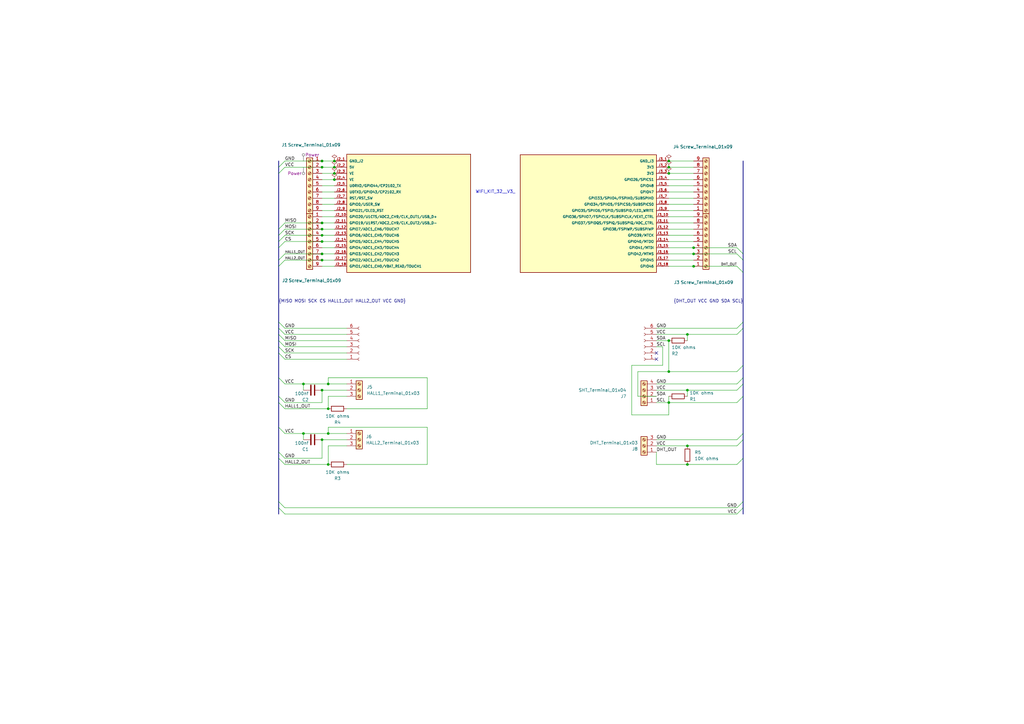
<source format=kicad_sch>
(kicad_sch (version 20250114) (generator "eeschema") (generator_version "9.0")
  (paper "A3")
  (title_block (title "Estacao de Controle de Irrigacao") (date "2025-09-13") (rev "REV 1") (company "Autor: UAI.py") (comment 1 "Transmissão LoRa.\n\n") (comment 2 "Estação de Monitoramento Climático e Irrigação com") (comment 3 "Exemplo de Aplicação:"))
  (lib_symbols
    (symbol "Connector:Conn_01x06_Socket" (pin_names (offset 1.016) (hide yes))
      (property "Reference" "J" (at 0 7.62 0))
      (property "Value" "Conn_01x06_Socket" (at 0 -10.16 0))
      (symbol "Conn_01x06_Socket_1_1"
        (polyline (pts (xy -1.27 5.08) (xy -0.508 5.08)) (stroke (width 0.1524)))
        (polyline (pts (xy -1.27 2.54) (xy -0.508 2.54)) (stroke (width 0.1524)))
        (polyline (pts (xy -1.27 0) (xy -0.508 0)) (stroke (width 0.1524)))
        (polyline (pts (xy -1.27 -2.54) (xy -0.508 -2.54)) (stroke (width 0.1524)))
        (polyline (pts (xy -1.27 -5.08) (xy -0.508 -5.08)) (stroke (width 0.1524)))
        (polyline (pts (xy -1.27 -7.62) (xy -0.508 -7.62)) (stroke (width 0.1524)))
        (arc (start 0 4.572) (mid -0.5058 5.08) (end 0 5.588) (stroke (width 0.1524)))
        (arc (start 0 2.032) (mid -0.5058 2.54) (end 0 3.048) (stroke (width 0.1524)))
        (arc (start 0 -0.508) (mid -0.5058 0) (end 0 0.508) (stroke (width 0.1524)))
        (arc (start 0 -3.048) (mid -0.5058 -2.54) (end 0 -2.032) (stroke (width 0.1524)))
        (arc (start 0 -5.588) (mid -0.5058 -5.08) (end 0 -4.572) (stroke (width 0.1524)))
        (arc (start 0 -8.128) (mid -0.5058 -7.62) (end 0 -7.112) (stroke (width 0.1524)))
        (pin passive line (at -5.08 5.08 0) (length 3.81) (name "Pin_1") (number "1"))
        (pin passive line (at -5.08 2.54 0) (length 3.81) (name "Pin_2") (number "2"))
        (pin passive line (at -5.08 0 0) (length 3.81) (name "Pin_3") (number "3"))
        (pin passive line (at -5.08 -2.54 0) (length 3.81) (name "Pin_4") (number "4"))
        (pin passive line (at -5.08 -5.08 0) (length 3.81) (name "Pin_5") (number "5"))
        (pin passive line (at -5.08 -7.62 0) (length 3.81) (name "Pin_6") (number "6"))
      )
    )
    (symbol "Connector:Screw_Terminal_01x03" (pin_names (offset 1.016) (hide yes))
      (property "Reference" "J" (at 0 5.08 0))
      (property "Value" "Screw_Terminal_01x03" (at 0 -5.08 0))
      (symbol "Screw_Terminal_01x03_1_1"
        (rectangle (start -1.27 3.81) (end 1.27 -3.81) (stroke (width 0.254)) (fill (type background)))
        (polyline (pts (xy -0.5334 2.8702) (xy 0.3302 2.032)) (stroke (width 0.1524)))
        (polyline (pts (xy -0.5334 0.3302) (xy 0.3302 -0.508)) (stroke (width 0.1524)))
        (polyline (pts (xy -0.5334 -2.2098) (xy 0.3302 -3.048)) (stroke (width 0.1524)))
        (polyline (pts (xy -0.3556 3.048) (xy 0.508 2.2098)) (stroke (width 0.1524)))
        (polyline (pts (xy -0.3556 0.508) (xy 0.508 -0.3302)) (stroke (width 0.1524)))
        (polyline (pts (xy -0.3556 -2.032) (xy 0.508 -2.8702)) (stroke (width 0.1524)))
        (circle (center 0 2.54) (radius 0.635) (stroke (width 0.1524)))
        (circle (center 0 0) (radius 0.635) (stroke (width 0.1524)))
        (circle (center 0 -2.54) (radius 0.635) (stroke (width 0.1524)))
        (pin passive line (at -5.08 2.54 0) (length 3.81) (name "Pin_1") (number "1"))
        (pin passive line (at -5.08 0 0) (length 3.81) (name "Pin_2") (number "2"))
        (pin passive line (at -5.08 -2.54 0) (length 3.81) (name "Pin_3") (number "3"))
      )
    )
    (symbol "Connector:Screw_Terminal_01x04" (pin_names (offset 1.016) (hide yes))
      (property "Reference" "J" (at 0 5.08 0))
      (property "Value" "Screw_Terminal_01x04" (at 0 -7.62 0))
      (symbol "Screw_Terminal_01x04_1_1"
        (rectangle (start -1.27 3.81) (end 1.27 -6.35) (stroke (width 0.254)) (fill (type background)))
        (polyline (pts (xy -0.5334 2.8702) (xy 0.3302 2.032)) (stroke (width 0.1524)))
        (polyline (pts (xy -0.5334 0.3302) (xy 0.3302 -0.508)) (stroke (width 0.1524)))
        (polyline (pts (xy -0.5334 -2.2098) (xy 0.3302 -3.048)) (stroke (width 0.1524)))
        (polyline (pts (xy -0.5334 -4.7498) (xy 0.3302 -5.588)) (stroke (width 0.1524)))
        (polyline (pts (xy -0.3556 3.048) (xy 0.508 2.2098)) (stroke (width 0.1524)))
        (polyline (pts (xy -0.3556 0.508) (xy 0.508 -0.3302)) (stroke (width 0.1524)))
        (polyline (pts (xy -0.3556 -2.032) (xy 0.508 -2.8702)) (stroke (width 0.1524)))
        (polyline (pts (xy -0.3556 -4.572) (xy 0.508 -5.4102)) (stroke (width 0.1524)))
        (circle (center 0 2.54) (radius 0.635) (stroke (width 0.1524)))
        (circle (center 0 0) (radius 0.635) (stroke (width 0.1524)))
        (circle (center 0 -2.54) (radius 0.635) (stroke (width 0.1524)))
        (circle (center 0 -5.08) (radius 0.635) (stroke (width 0.1524)))
        (pin passive line (at -5.08 2.54 0) (length 3.81) (name "Pin_1") (number "1"))
        (pin passive line (at -5.08 0 0) (length 3.81) (name "Pin_2") (number "2"))
        (pin passive line (at -5.08 -2.54 0) (length 3.81) (name "Pin_3") (number "3"))
        (pin passive line (at -5.08 -5.08 0) (length 3.81) (name "Pin_4") (number "4"))
      )
    )
    (symbol "Connector:Screw_Terminal_01x09" (pin_names (offset 1.016) (hide yes))
      (property "Reference" "J" (at 0 12.7 0))
      (property "Value" "Screw_Terminal_01x09" (at 0 -12.7 0))
      (symbol "Screw_Terminal_01x09_1_1"
        (rectangle (start -1.27 11.43) (end 1.27 -11.43) (stroke (width 0.254)) (fill (type background)))
        (polyline (pts (xy -0.5334 10.4902) (xy 0.3302 9.652)) (stroke (width 0.1524)))
        (polyline (pts (xy -0.5334 7.9502) (xy 0.3302 7.112)) (stroke (width 0.1524)))
        (polyline (pts (xy -0.5334 5.4102) (xy 0.3302 4.572)) (stroke (width 0.1524)))
        (polyline (pts (xy -0.5334 2.8702) (xy 0.3302 2.032)) (stroke (width 0.1524)))
        (polyline (pts (xy -0.5334 0.3302) (xy 0.3302 -0.508)) (stroke (width 0.1524)))
        (polyline (pts (xy -0.5334 -2.2098) (xy 0.3302 -3.048)) (stroke (width 0.1524)))
        (polyline (pts (xy -0.5334 -4.7498) (xy 0.3302 -5.588)) (stroke (width 0.1524)))
        (polyline (pts (xy -0.5334 -7.2898) (xy 0.3302 -8.128)) (stroke (width 0.1524)))
        (polyline (pts (xy -0.5334 -9.8298) (xy 0.3302 -10.668)) (stroke (width 0.1524)))
        (polyline (pts (xy -0.3556 10.668) (xy 0.508 9.8298)) (stroke (width 0.1524)))
        (polyline (pts (xy -0.3556 8.128) (xy 0.508 7.2898)) (stroke (width 0.1524)))
        (polyline (pts (xy -0.3556 5.588) (xy 0.508 4.7498)) (stroke (width 0.1524)))
        (polyline (pts (xy -0.3556 3.048) (xy 0.508 2.2098)) (stroke (width 0.1524)))
        (polyline (pts (xy -0.3556 0.508) (xy 0.508 -0.3302)) (stroke (width 0.1524)))
        (polyline (pts (xy -0.3556 -2.032) (xy 0.508 -2.8702)) (stroke (width 0.1524)))
        (polyline (pts (xy -0.3556 -4.572) (xy 0.508 -5.4102)) (stroke (width 0.1524)))
        (polyline (pts (xy -0.3556 -7.112) (xy 0.508 -7.9502)) (stroke (width 0.1524)))
        (polyline (pts (xy -0.3556 -9.652) (xy 0.508 -10.4902)) (stroke (width 0.1524)))
        (circle (center 0 10.16) (radius 0.635) (stroke (width 0.1524)))
        (circle (center 0 7.62) (radius 0.635) (stroke (width 0.1524)))
        (circle (center 0 5.08) (radius 0.635) (stroke (width 0.1524)))
        (circle (center 0 2.54) (radius 0.635) (stroke (width 0.1524)))
        (circle (center 0 0) (radius 0.635) (stroke (width 0.1524)))
        (circle (center 0 -2.54) (radius 0.635) (stroke (width 0.1524)))
        (circle (center 0 -5.08) (radius 0.635) (stroke (width 0.1524)))
        (circle (center 0 -7.62) (radius 0.635) (stroke (width 0.1524)))
        (circle (center 0 -10.16) (radius 0.635) (stroke (width 0.1524)))
        (pin passive line (at -5.08 10.16 0) (length 3.81) (name "Pin_1") (number "1"))
        (pin passive line (at -5.08 7.62 0) (length 3.81) (name "Pin_2") (number "2"))
        (pin passive line (at -5.08 5.08 0) (length 3.81) (name "Pin_3") (number "3"))
        (pin passive line (at -5.08 2.54 0) (length 3.81) (name "Pin_4") (number "4"))
        (pin passive line (at -5.08 0 0) (length 3.81) (name "Pin_5") (number "5"))
        (pin passive line (at -5.08 -2.54 0) (length 3.81) (name "Pin_6") (number "6"))
        (pin passive line (at -5.08 -5.08 0) (length 3.81) (name "Pin_7") (number "7"))
        (pin passive line (at -5.08 -7.62 0) (length 3.81) (name "Pin_8") (number "8"))
        (pin passive line (at -5.08 -10.16 0) (length 3.81) (name "Pin_9") (number "9"))
      )
    )
    (symbol "Device:C" (pin_numbers (hide yes)) (pin_names (offset 0.254))
      (property "Reference" "C" (at 0.635 2.54 0))
      (property "Value" "C" (at 0.635 -2.54 0))
      (symbol "C_0_1"
        (polyline (pts (xy -2.032 0.762) (xy 2.032 0.762)) (stroke (width 0.508)))
        (polyline (pts (xy -2.032 -0.762) (xy 2.032 -0.762)) (stroke (width 0.508)))
      )
      (symbol "C_1_1"
        (pin passive line (at 0 3.81 270) (length 2.794) (name "~") (number "1"))
        (pin passive line (at 0 -3.81 90) (length 2.794) (name "~") (number "2"))
      )
    )
    (symbol "Device:R" (pin_numbers (hide yes)) (pin_names (offset 0))
      (property "Reference" "R" (at 2.032 0 90))
      (property "Value" "R" (at 0 0 90))
      (symbol "R_0_1"
        (rectangle (start -1.016 -2.54) (end 1.016 2.54) (stroke (width 0.254)))
      )
      (symbol "R_1_1"
        (pin passive line (at 0 3.81 270) (length 1.27) (name "~") (number "1"))
        (pin passive line (at 0 -3.81 90) (length 1.27) (name "~") (number "2"))
      )
    )
    (symbol "Modified:WIFI_KIT_32__V3_" (pin_names (offset 1.016))
      (symbol "WIFI_KIT_32__V3__1_0"
        (rectangle (start -25.4 25.654) (end 25.4 -22.86) (stroke (width 0.254)) (fill (type background)))
        (pin power_in line (at -30.48 22.86 0) (length 5.08) (name "GND_J2") (number "J2_1"))
        (pin power_in line (at -30.48 20.32 0) (length 5.08) (name "5V") (number "J2_2"))
        (pin power_in line (at -30.48 17.78 0) (length 5.08) (name "VE") (number "J2_3"))
        (pin power_in line (at -30.48 15.24 0) (length 5.08) (name "VE") (number "J2_4"))
        (pin bidirectional line (at -30.48 12.7 0) (length 5.08) (name "U0RXD/GPIO44/CP2102_TX") (number "J2_5"))
        (pin bidirectional line (at -30.48 10.16 0) (length 5.08) (name "U0TXD/GPIO43/CP2102_RX") (number "J2_6"))
        (pin input line (at -30.48 7.62 0) (length 5.08) (name "RST/RST_SW") (number "J2_7"))
        (pin bidirectional line (at -30.48 5.08 0) (length 5.08) (name "GPIO0/USER_SW") (number "J2_8"))
        (pin bidirectional line (at -30.48 2.54 0) (length 5.08) (name "GPIO21/OLED_RST") (number "J2_9"))
        (pin bidirectional line (at -30.48 0 0) (length 5.08) (name "GPIO20/U1CTS/ADC2_CH9/CLK_OUT1/USB_D+") (number "J2_10"))
        (pin bidirectional line (at -30.48 -2.54 0) (length 5.08) (name "GPIO19/U1RST/ADC2_CH9/CLK_OUT2/USB_D-") (number "J2_11"))
        (pin bidirectional line (at -30.48 -5.08 0) (length 5.08) (name "GPIO7/ADC1_CH6/TOUCH7") (number "J2_12"))
        (pin bidirectional line (at -30.48 -7.62 0) (length 5.08) (name "GPIO6/ADC1_CH5/TOUCH6") (number "J2_13"))
        (pin bidirectional line (at -30.48 -10.16 0) (length 5.08) (name "GPIO5/ADC1_CH4/TOUCH5") (number "J2_14"))
        (pin bidirectional line (at -30.48 -12.7 0) (length 5.08) (name "GPIO4/ADC1_CH3/TOUCH4") (number "J2_15"))
        (pin bidirectional line (at -30.48 -15.24 0) (length 5.08) (name "GPIO3/ADC1_CH2/TOUCH3") (number "J2_16"))
        (pin bidirectional line (at -30.48 -17.78 0) (length 5.08) (name "GPIO2/ADC1_CH1/TOUCH2") (number "J2_17"))
        (pin bidirectional line (at -30.48 -20.32 0) (length 5.08) (name "GPIO1/ADC1_CH0/VBAT_READ/TOUCH1") (number "J2_18"))
      )
      (symbol "WIFI_KIT_32__V3__2_0"
        (rectangle (start -28.448 22.606) (end 27.432 -25.654) (stroke (width 0.254)) (fill (type background)))
        (pin power_in line (at 32.512 20.066 180) (length 5.08) (name "GND_J3") (number "J3_1"))
        (pin power_in line (at 32.512 17.526 180) (length 5.08) (name "3V3") (number "J3_2"))
        (pin power_in line (at 32.512 14.986 180) (length 5.08) (name "3V3") (number "J3_3"))
        (pin bidirectional line (at 32.512 12.446 180) (length 5.08) (name "GPIO26/SPICS1") (number "J3_4"))
        (pin bidirectional line (at 32.512 9.906 180) (length 5.08) (name "GPIO48") (number "J3_5"))
        (pin bidirectional line (at 32.512 7.366 180) (length 5.08) (name "GPIO47") (number "J3_6"))
        (pin bidirectional line (at 32.512 4.826 180) (length 5.08) (name "GPIO33/SPIIO4/FSPIHD/SUBSPIHD") (number "J3_7"))
        (pin bidirectional line (at 32.512 2.286 180) (length 5.08) (name "GPIO34/SPIIO5/FSPICS0/SUBSPICS0") (number "J3_8"))
        (pin bidirectional line (at 32.512 -0.254 180) (length 5.08) (name "GPIO35/SPIIO6/FSPID/SUBSPID/LED_WRITE") (number "J3_9"))
        (pin bidirectional line (at 32.512 -2.794 180) (length 5.08) (name "GPIO36/SPIIO7/FSPICLK/SUBSPICLK/VEXT_CTRL") (number "J3_10"))
        (pin bidirectional line (at 32.512 -5.334 180) (length 5.08) (name "GPIO37/SPIDQS/FSPIQ/SUBSPIQ/ADC_CTRL") (number "J3_11"))
        (pin bidirectional line (at 32.512 -7.874 180) (length 5.08) (name "GPIO38/FSPIWP/SUBSPIWP") (number "J3_12"))
        (pin bidirectional line (at 32.512 -10.414 180) (length 5.08) (name "GPIO39/MTCK") (number "J3_13"))
        (pin bidirectional line (at 32.512 -12.954 180) (length 5.08) (name "GPIO40/MTDO") (number "J3_14"))
        (pin bidirectional line (at 32.512 -15.494 180) (length 5.08) (name "GPIO41/MTDI") (number "J3_15"))
        (pin bidirectional line (at 32.512 -18.034 180) (length 5.08) (name "GPIO42/MTMS") (number "J3_16"))
        (pin bidirectional line (at 32.512 -20.574 180) (length 5.08) (name "GPIO45") (number "J3_17"))
        (pin bidirectional line (at 32.512 -23.114 180) (length 5.08) (name "GPIO46") (number "J3_18"))
      )
    )
    (symbol "WIFI_KIT_32__V3__1" (pin_names (offset 1.016))
      (symbol "WIFI_KIT_32__V3__1_1_0"
        (rectangle (start -25.4 25.654) (end 25.4 -22.86) (stroke (width 0.254)) (fill (type background)))
        (pin power_in line (at -30.48 22.86 0) (length 5.08) (name "GND_J2") (number "J2_1"))
        (pin power_in line (at -30.48 20.32 0) (length 5.08) (name "5V") (number "J2_2"))
        (pin power_in line (at -30.48 17.78 0) (length 5.08) (name "VE") (number "J2_3"))
        (pin power_in line (at -30.48 15.24 0) (length 5.08) (name "VE") (number "J2_4"))
        (pin bidirectional line (at -30.48 12.7 0) (length 5.08) (name "U0RXD/GPIO44/CP2102_TX") (number "J2_5"))
        (pin bidirectional line (at -30.48 10.16 0) (length 5.08) (name "U0TXD/GPIO43/CP2102_RX") (number "J2_6"))
        (pin input line (at -30.48 7.62 0) (length 5.08) (name "RST/RST_SW") (number "J2_7"))
        (pin bidirectional line (at -30.48 5.08 0) (length 5.08) (name "GPIO0/USER_SW") (number "J2_8"))
        (pin bidirectional line (at -30.48 2.54 0) (length 5.08) (name "GPIO21/OLED_RST") (number "J2_9"))
        (pin bidirectional line (at -30.48 0 0) (length 5.08) (name "GPIO20/U1CTS/ADC2_CH9/CLK_OUT1/USB_D+") (number "J2_10"))
        (pin bidirectional line (at -30.48 -2.54 0) (length 5.08) (name "GPIO19/U1RST/ADC2_CH9/CLK_OUT2/USB_D-") (number "J2_11"))
        (pin bidirectional line (at -30.48 -5.08 0) (length 5.08) (name "GPIO7/ADC1_CH6/TOUCH7") (number "J2_12"))
        (pin bidirectional line (at -30.48 -7.62 0) (length 5.08) (name "GPIO6/ADC1_CH5/TOUCH6") (number "J2_13"))
        (pin bidirectional line (at -30.48 -10.16 0) (length 5.08) (name "GPIO5/ADC1_CH4/TOUCH5") (number "J2_14"))
        (pin bidirectional line (at -30.48 -12.7 0) (length 5.08) (name "GPIO4/ADC1_CH3/TOUCH4") (number "J2_15"))
        (pin bidirectional line (at -30.48 -15.24 0) (length 5.08) (name "GPIO3/ADC1_CH2/TOUCH3") (number "J2_16"))
        (pin bidirectional line (at -30.48 -17.78 0) (length 5.08) (name "GPIO2/ADC1_CH1/TOUCH2") (number "J2_17"))
        (pin bidirectional line (at -30.48 -20.32 0) (length 5.08) (name "GPIO1/ADC1_CH0/VBAT_READ/TOUCH1") (number "J2_18"))
      )
      (symbol "WIFI_KIT_32__V3__1_2_0"
        (rectangle (start -28.448 22.606) (end 27.432 -25.654) (stroke (width 0.254)) (fill (type background)))
        (pin power_in line (at 32.512 20.066 180) (length 5.08) (name "GND_J3") (number "J3_1"))
        (pin power_in line (at 32.512 17.526 180) (length 5.08) (name "3V3") (number "J3_2"))
        (pin power_in line (at 32.512 14.986 180) (length 5.08) (name "3V3") (number "J3_3"))
        (pin bidirectional line (at 32.512 12.446 180) (length 5.08) (name "GPIO26/SPICS1") (number "J3_4"))
        (pin bidirectional line (at 32.512 9.906 180) (length 5.08) (name "GPIO48") (number "J3_5"))
        (pin bidirectional line (at 32.512 7.366 180) (length 5.08) (name "GPIO47") (number "J3_6"))
        (pin bidirectional line (at 32.512 4.826 180) (length 5.08) (name "GPIO33/SPIIO4/FSPIHD/SUBSPIHD") (number "J3_7"))
        (pin bidirectional line (at 32.512 2.286 180) (length 5.08) (name "GPIO34/SPIIO5/FSPICS0/SUBSPICS0") (number "J3_8"))
        (pin bidirectional line (at 32.512 -0.254 180) (length 5.08) (name "GPIO35/SPIIO6/FSPID/SUBSPID/LED_WRITE") (number "J3_9"))
        (pin bidirectional line (at 32.512 -2.794 180) (length 5.08) (name "GPIO36/SPIIO7/FSPICLK/SUBSPICLK/VEXT_CTRL") (number "J3_10"))
        (pin bidirectional line (at 32.512 -5.334 180) (length 5.08) (name "GPIO37/SPIDQS/FSPIQ/SUBSPIQ/ADC_CTRL") (number "J3_11"))
        (pin bidirectional line (at 32.512 -7.874 180) (length 5.08) (name "GPIO38/FSPIWP/SUBSPIWP") (number "J3_12"))
        (pin bidirectional line (at 32.512 -10.414 180) (length 5.08) (name "GPIO39/MTCK") (number "J3_13"))
        (pin bidirectional line (at 32.512 -12.954 180) (length 5.08) (name "GPIO40/MTDO") (number "J3_14"))
        (pin bidirectional line (at 32.512 -15.494 180) (length 5.08) (name "GPIO41/MTDI") (number "J3_15"))
        (pin bidirectional line (at 32.512 -18.034 180) (length 5.08) (name "GPIO42/MTMS") (number "J3_16"))
        (pin bidirectional line (at 32.512 -20.574 180) (length 5.08) (name "GPIO45") (number "J3_17"))
        (pin bidirectional line (at 32.512 -23.114 180) (length 5.08) (name "GPIO46") (number "J3_18"))
      )
    )
    (symbol "power:PWR_FLAG" (power) (pin_numbers (hide yes)) (pin_names (offset 0) (hide yes))
      (property "Value" "PWR_FLAG" (at 0 3.81 0))
      (symbol "PWR_FLAG_0_0"
        (pin power_out line (at 0 0 90) (length 0) (name "~") (number "1"))
      )
      (symbol "PWR_FLAG_0_1"
        (polyline (pts (xy 0 0) (xy 0 1.27) (xy -1.016 1.905) (xy 0 2.54) (xy 1.016 1.905) (xy 0 1.27)))
      )
    )
  )
  (text "WIFI_KIT_32__V3_" (at 203.2 78.74 0) (effects (font (size 1.27 1.27))))
  (junction (at 132.08 104.14))
  (junction (at 124.46 177.8))
  (junction (at 137.16 68.58))
  (junction (at 134.62 190.5))
  (junction (at 132.08 68.58))
  (junction (at 274.32 68.58))
  (junction (at 132.08 66.04))
  (junction (at 132.08 180.34))
  (junction (at 132.08 93.98))
  (junction (at 132.08 91.44))
  (junction (at 137.16 66.04))
  (junction (at 134.62 177.8))
  (junction (at 132.08 99.06))
  (junction (at 284.48 101.6))
  (junction (at 274.32 165.1))
  (junction (at 134.62 157.48))
  (junction (at 284.48 104.14))
  (junction (at 137.16 73.66))
  (junction (at 281.94 137.16))
  (junction (at 274.32 71.12))
  (junction (at 274.32 139.7))
  (junction (at 134.62 167.64))
  (junction (at 284.48 109.22))
  (junction (at 281.94 182.88))
  (junction (at 274.32 66.04))
  (junction (at 281.94 190.5))
  (junction (at 132.08 96.52))
  (junction (at 124.46 157.48))
  (junction (at 274.32 152.4))
  (junction (at 132.08 106.68))
  (junction (at 132.08 160.02))
  (junction (at 281.94 160.02))
  (junction (at 137.16 71.12))
  (no_connect (at 269.24 144.78))
  (no_connect (at 269.24 147.32))
  (bus_entry (at 114.3 144.78) (size 2.54 2.54))
  (bus_entry (at 114.3 68.58) (size 2.54 -2.54))
  (bus_entry (at 304.8 154.94) (size -2.54 2.54))
  (bus_entry (at 114.3 71.12) (size 2.54 -2.54))
  (bus_entry (at 114.3 101.6) (size 2.54 -2.54))
  (bus_entry (at 114.3 99.06) (size 2.54 -2.54))
  (bus_entry (at 304.8 132.08) (size -2.54 2.54))
  (bus_entry (at 114.3 132.08) (size 2.54 2.54))
  (bus_entry (at 302.26 109.22) (size 2.54 2.54))
  (bus_entry (at 114.3 208.28) (size 2.54 2.54))
  (bus_entry (at 114.3 96.52) (size 2.54 -2.54))
  (bus_entry (at 114.3 162.56) (size 2.54 2.54))
  (bus_entry (at 114.3 185.42) (size 2.54 2.54))
  (bus_entry (at 304.8 149.86) (size -2.54 2.54))
  (bus_entry (at 304.8 106.68) (size -2.54 -2.54))
  (bus_entry (at 304.8 205.74) (size -2.54 2.54))
  (bus_entry (at 114.3 165.1) (size 2.54 2.54))
  (bus_entry (at 304.8 208.28) (size -2.54 2.54))
  (bus_entry (at 114.3 154.94) (size 2.54 2.54))
  (bus_entry (at 114.3 137.16) (size 2.54 2.54))
  (bus_entry (at 114.3 175.26) (size 2.54 2.54))
  (bus_entry (at 114.3 106.68) (size 2.54 -2.54))
  (bus_entry (at 114.3 142.24) (size 2.54 2.54))
  (bus_entry (at 302.26 101.6) (size 2.54 2.54))
  (bus_entry (at 304.8 180.34) (size -2.54 2.54))
  (bus_entry (at 114.3 109.22) (size 2.54 -2.54))
  (bus_entry (at 114.3 93.98) (size 2.54 -2.54))
  (bus_entry (at 114.3 187.96) (size 2.54 2.54))
  (bus_entry (at 304.8 177.8) (size -2.54 2.54))
  (bus_entry (at 304.8 157.48) (size -2.54 2.54))
  (bus_entry (at 304.8 162.56) (size -2.54 2.54))
  (bus_entry (at 304.8 187.96) (size -2.54 2.54))
  (bus_entry (at 114.3 134.62) (size 2.54 2.54))
  (bus_entry (at 114.3 205.74) (size 2.54 2.54))
  (bus_entry (at 304.8 134.62) (size -2.54 2.54))
  (bus_entry (at 114.3 139.7) (size 2.54 2.54))
  (wire (pts (xy 284.48 104.14) (xy 302.26 104.14)))
  (wire (pts (xy 281.94 137.16) (xy 281.94 139.7)))
  (wire (pts (xy 132.08 165.1) (xy 132.08 160.02)))
  (bus (pts (xy 114.3 139.7) (xy 114.3 142.24)))
  (wire (pts (xy 175.26 167.64) (xy 175.26 154.94)))
  (wire (pts (xy 134.62 190.5) (xy 134.62 182.88)))
  (wire (pts (xy 269.24 190.5) (xy 269.24 185.42)))
  (wire (pts (xy 134.62 162.56) (xy 142.24 162.56)))
  (wire (pts (xy 274.32 81.28) (xy 284.48 81.28)))
  (wire (pts (xy 132.08 93.98) (xy 137.16 93.98)))
  (wire (pts (xy 132.08 101.6) (xy 137.16 101.6)))
  (bus (pts (xy 304.8 157.48) (xy 304.8 162.56)))
  (wire (pts (xy 269.24 190.5) (xy 281.94 190.5)))
  (bus (pts (xy 304.8 205.74) (xy 304.8 208.28)))
  (wire (pts (xy 116.84 144.78) (xy 142.24 144.78)))
  (wire (pts (xy 261.62 152.4) (xy 274.32 152.4)))
  (wire (pts (xy 124.46 177.8) (xy 134.62 177.8)))
  (bus (pts (xy 304.8 104.14) (xy 304.8 106.68)))
  (bus (pts (xy 304.8 177.8) (xy 304.8 180.34)))
  (wire (pts (xy 274.32 139.7) (xy 274.32 152.4)))
  (wire (pts (xy 116.84 96.52) (xy 132.08 96.52)))
  (wire (pts (xy 132.08 76.2) (xy 137.16 76.2)))
  (wire (pts (xy 116.84 139.7) (xy 142.24 139.7)))
  (bus (pts (xy 114.3 165.1) (xy 114.3 175.26)))
  (wire (pts (xy 132.08 73.66) (xy 137.16 73.66)))
  (wire (pts (xy 274.32 93.98) (xy 284.48 93.98)))
  (wire (pts (xy 274.32 88.9) (xy 284.48 88.9)))
  (wire (pts (xy 274.32 96.52) (xy 284.48 96.52)))
  (wire (pts (xy 134.62 157.48) (xy 142.24 157.48)))
  (wire (pts (xy 269.24 160.02) (xy 281.94 160.02)))
  (bus (pts (xy 304.8 111.76) (xy 304.8 132.08)))
  (wire (pts (xy 116.84 157.48) (xy 124.46 157.48)))
  (wire (pts (xy 269.24 142.24) (xy 271.78 142.24)))
  (wire (pts (xy 116.84 165.1) (xy 132.08 165.1)))
  (bus (pts (xy 114.3 137.16) (xy 114.3 139.7)))
  (bus (pts (xy 114.3 93.98) (xy 114.3 96.52)))
  (wire (pts (xy 284.48 101.6) (xy 302.26 101.6)))
  (wire (pts (xy 132.08 180.34) (xy 142.24 180.34)))
  (wire (pts (xy 116.84 190.5) (xy 134.62 190.5)))
  (wire (pts (xy 259.08 149.86) (xy 259.08 170.18)))
  (wire (pts (xy 274.32 78.74) (xy 284.48 78.74)))
  (wire (pts (xy 132.08 83.82) (xy 137.16 83.82)))
  (bus (pts (xy 304.8 134.62) (xy 304.8 149.86)))
  (wire (pts (xy 274.32 86.36) (xy 284.48 86.36)))
  (wire (pts (xy 274.32 101.6) (xy 284.48 101.6)))
  (wire (pts (xy 269.24 182.88) (xy 281.94 182.88)))
  (bus (pts (xy 114.3 132.08) (xy 114.3 134.62)))
  (wire (pts (xy 281.94 160.02) (xy 281.94 162.56)))
  (wire (pts (xy 261.62 162.56) (xy 261.62 152.4)))
  (bus (pts (xy 114.3 68.58) (xy 114.3 71.12)))
  (bus (pts (xy 304.8 149.86) (xy 304.8 154.94)))
  (wire (pts (xy 274.32 71.12) (xy 284.48 71.12)))
  (wire (pts (xy 134.62 182.88) (xy 142.24 182.88)))
  (wire (pts (xy 274.32 68.58) (xy 284.48 68.58)))
  (bus (pts (xy 114.3 144.78) (xy 114.3 154.94)))
  (wire (pts (xy 116.84 91.44) (xy 132.08 91.44)))
  (bus (pts (xy 304.8 180.34) (xy 304.8 187.96)))
  (wire (pts (xy 134.62 167.64) (xy 134.62 162.56)))
  (wire (pts (xy 269.24 180.34) (xy 302.26 180.34)))
  (wire (pts (xy 269.24 157.48) (xy 302.26 157.48)))
  (wire (pts (xy 274.32 104.14) (xy 284.48 104.14)))
  (wire (pts (xy 274.32 66.04) (xy 284.48 66.04)))
  (wire (pts (xy 132.08 88.9) (xy 137.16 88.9)))
  (bus (pts (xy 114.3 175.26) (xy 114.3 185.42)))
  (wire (pts (xy 175.26 175.26) (xy 134.62 175.26)))
  (wire (pts (xy 116.84 106.68) (xy 132.08 106.68)))
  (wire (pts (xy 134.62 177.8) (xy 142.24 177.8)))
  (bus (pts (xy 114.3 66.04) (xy 114.3 68.58)))
  (wire (pts (xy 132.08 104.14) (xy 137.16 104.14)))
  (bus (pts (xy 304.8 66.04) (xy 304.8 104.14)))
  (wire (pts (xy 281.94 190.5) (xy 302.26 190.5)))
  (bus (pts (xy 114.3 142.24) (xy 114.3 144.78)))
  (wire (pts (xy 271.78 142.24) (xy 271.78 149.86)))
  (wire (pts (xy 281.94 182.88) (xy 302.26 182.88)))
  (bus (pts (xy 114.3 109.22) (xy 114.3 132.08)))
  (wire (pts (xy 269.24 162.56) (xy 261.62 162.56)))
  (wire (pts (xy 132.08 68.58) (xy 137.16 68.58)))
  (wire (pts (xy 281.94 160.02) (xy 302.26 160.02)))
  (bus (pts (xy 304.8 187.96) (xy 304.8 205.74)))
  (wire (pts (xy 116.84 93.98) (xy 132.08 93.98)))
  (wire (pts (xy 134.62 175.26) (xy 134.62 177.8)))
  (wire (pts (xy 274.32 83.82) (xy 284.48 83.82)))
  (bus (pts (xy 114.3 134.62) (xy 114.3 137.16)))
  (wire (pts (xy 271.78 149.86) (xy 259.08 149.86)))
  (bus (pts (xy 114.3 187.96) (xy 114.3 205.74)))
  (wire (pts (xy 274.32 109.22) (xy 284.48 109.22)))
  (wire (pts (xy 274.32 165.1) (xy 269.24 165.1)))
  (bus (pts (xy 304.8 132.08) (xy 304.8 134.62)))
  (wire (pts (xy 124.46 177.8) (xy 124.46 180.34)))
  (wire (pts (xy 269.24 134.62) (xy 302.26 134.62)))
  (wire (pts (xy 274.32 165.1) (xy 274.32 170.18)))
  (wire (pts (xy 132.08 86.36) (xy 137.16 86.36)))
  (wire (pts (xy 116.84 147.32) (xy 142.24 147.32)))
  (wire (pts (xy 284.48 109.22) (xy 302.26 109.22)))
  (wire (pts (xy 175.26 190.5) (xy 175.26 175.26)))
  (wire (pts (xy 274.32 106.68) (xy 284.48 106.68)))
  (wire (pts (xy 132.08 99.06) (xy 137.16 99.06)))
  (wire (pts (xy 132.08 109.22) (xy 137.16 109.22)))
  (wire (pts (xy 132.08 96.52) (xy 137.16 96.52)))
  (bus (pts (xy 114.3 101.6) (xy 114.3 106.68)))
  (wire (pts (xy 116.84 142.24) (xy 142.24 142.24)))
  (wire (pts (xy 274.32 152.4) (xy 302.26 152.4)))
  (wire (pts (xy 116.84 208.28) (xy 302.26 208.28)))
  (wire (pts (xy 116.84 99.06) (xy 132.08 99.06)))
  (wire (pts (xy 274.32 139.7) (xy 269.24 139.7)))
  (bus (pts (xy 114.3 154.94) (xy 114.3 162.56)))
  (wire (pts (xy 132.08 106.68) (xy 137.16 106.68)))
  (wire (pts (xy 132.08 160.02) (xy 142.24 160.02)))
  (wire (pts (xy 116.84 177.8) (xy 124.46 177.8)))
  (wire (pts (xy 132.08 187.96) (xy 132.08 180.34)))
  (wire (pts (xy 274.32 73.66) (xy 284.48 73.66)))
  (wire (pts (xy 269.24 137.16) (xy 281.94 137.16)))
  (bus (pts (xy 114.3 205.74) (xy 114.3 208.28)))
  (wire (pts (xy 274.32 165.1) (xy 274.32 162.56)))
  (bus (pts (xy 114.3 71.12) (xy 114.3 93.98)))
  (bus (pts (xy 114.3 96.52) (xy 114.3 99.06)))
  (wire (pts (xy 116.84 134.62) (xy 142.24 134.62)))
  (wire (pts (xy 175.26 154.94) (xy 134.62 154.94)))
  (bus (pts (xy 114.3 162.56) (xy 114.3 165.1)))
  (wire (pts (xy 116.84 137.16) (xy 142.24 137.16)))
  (wire (pts (xy 132.08 81.28) (xy 137.16 81.28)))
  (bus (pts (xy 114.3 106.68) (xy 114.3 109.22)))
  (bus (pts (xy 114.3 99.06) (xy 114.3 101.6)))
  (bus (pts (xy 304.8 154.94) (xy 304.8 157.48)))
  (wire (pts (xy 274.32 165.1) (xy 302.26 165.1)))
  (bus (pts (xy 304.8 106.68) (xy 304.8 111.76)))
  (wire (pts (xy 259.08 170.18) (xy 274.32 170.18)))
  (wire (pts (xy 116.84 167.64) (xy 134.62 167.64)))
  (wire (pts (xy 116.84 104.14) (xy 132.08 104.14)))
  (bus (pts (xy 114.3 208.28) (xy 114.3 210.82)))
  (wire (pts (xy 132.08 78.74) (xy 137.16 78.74)))
  (wire (pts (xy 124.46 157.48) (xy 134.62 157.48)))
  (bus (pts (xy 304.8 208.28) (xy 304.8 210.82)))
  (wire (pts (xy 132.08 71.12) (xy 137.16 71.12)))
  (wire (pts (xy 116.84 66.04) (xy 132.08 66.04)))
  (bus (pts (xy 304.8 162.56) (xy 304.8 177.8)))
  (wire (pts (xy 116.84 68.58) (xy 132.08 68.58)))
  (wire (pts (xy 116.84 210.82) (xy 302.26 210.82)))
  (wire (pts (xy 134.62 154.94) (xy 134.62 157.48)))
  (wire (pts (xy 274.32 76.2) (xy 284.48 76.2)))
  (wire (pts (xy 132.08 66.04) (xy 137.16 66.04)))
  (wire (pts (xy 274.32 99.06) (xy 284.48 99.06)))
  (wire (pts (xy 281.94 137.16) (xy 302.26 137.16)))
  (wire (pts (xy 132.08 91.44) (xy 137.16 91.44)))
  (wire (pts (xy 116.84 187.96) (xy 132.08 187.96)))
  (wire (pts (xy 142.24 167.64) (xy 175.26 167.64)))
  (wire (pts (xy 274.32 91.44) (xy 284.48 91.44)))
  (wire (pts (xy 124.46 157.48) (xy 124.46 160.02)))
  (bus (pts (xy 114.3 185.42) (xy 114.3 187.96)))
  (wire (pts (xy 142.24 190.5) (xy 175.26 190.5)))
  (label "{MISO MOSI SCK CS HALL1_OUT HALL2_OUT VCC GND}" (at 114.3 124.46 0))
  (label "MISO" (at 116.84 139.7 0))
  (label "VCC" (at 116.84 157.48 0))
  (label "VCC" (at 116.84 177.8 0))
  (label "VCC" (at 116.84 137.16 0))
  (label "HALL2_OUT" (at 116.84 106.68 0) (effects (font (size 1 1))))
  (label "SCL" (at 269.24 142.24 0))
  (label "SDA" (at 269.24 139.7 0))
  (label "SCL" (at 269.24 165.1 0))
  (label "GND" (at 269.24 180.34 0))
  (label "MOSI" (at 116.84 142.24 0))
  (label "DHT_OUT" (at 269.24 185.42 0))
  (label "GND" (at 269.24 157.48 0))
  (label "CS" (at 116.84 99.06 0))
  (label "SCL" (at 302.26 104.14 180))
  (label "MOSI" (at 116.84 93.98 0))
  (label "GND" (at 302.26 208.28 180))
  (label "SDA" (at 302.26 101.6 180))
  (label "{DHT_OUT VCC GND SDA SCL}" (at 304.8 124.46 180))
  (label "GND" (at 116.84 187.96 0))
  (label "DHT_OUT" (at 302.26 109.22 180) (effects (font (size 1 1))))
  (label "VCC" (at 269.24 182.88 0))
  (label "CS" (at 116.84 147.32 0))
  (label "SDA" (at 269.24 162.56 0))
  (label "VCC" (at 116.84 68.58 0))
  (label "MISO" (at 116.84 91.44 0))
  (label "SCK" (at 116.84 96.52 0))
  (label "SCK" (at 116.84 144.78 0))
  (label "GND" (at 116.84 66.04 0))
  (label "VCC" (at 302.26 210.82 180))
  (label "GND" (at 116.84 165.1 0))
  (label "VCC" (at 269.24 160.02 0))
  (label "VCC" (at 269.24 137.16 0))
  (label "HALL1_OUT" (at 116.84 167.64 0))
  (label "HALL1_OUT" (at 116.84 104.14 0) (effects (font (size 1 1))))
  (label "HALL2_OUT" (at 116.84 190.5 0))
  (label "GND" (at 116.84 134.62 0))
  (label "GND" (at 269.24 134.62 0))
  (netclass_flag "" (length 2.54) (shape round) (at 124.46 68.58 180) (property "Netclass" "Power" (at 123.7615 71.12 0) (effects (justify right))))
  (netclass_flag "" (length 2.54) (shape round) (at 124.46 66.04 0) (property "Netclass" "Power" (at 125.1585 63.5 0) (effects (justify left))))
  (symbol (lib_id "Connector:Conn_01x06_Socket") (at 264.16 142.24 180) (unit 1)
    (property "Reference" "J10" (effects (hide yes)))
    (property "Value" "Conn_01x06_Socket" (effects (hide yes)))
    (property "Footprint" "headerPin_1mm:PinSocket_1x06_P1.00mm_Vertical_v2" (effects (hide yes)))
    (property "Description" "Generic connector, single row, 01x06, script generated" (effects (hide yes)))
  )
  (symbol (lib_id "power:PWR_FLAG") (at 274.32 66.04 0) (unit 1)
    (property "Reference" "#FLG05" (effects (hide yes)))
    (property "Value" "PWR_FLAG" (effects (hide yes)))
    (property "Description" "Special symbol for telling ERC where power comes from" (effects (hide yes)))
  )
  (symbol (lib_id "Connector:Screw_Terminal_01x03") (at 147.32 160.02 0) (unit 1)
    (property "Reference" "J5" (at 150.368 158.7499 0) (effects (justify left)))
    (property "Value" "HALL1_Terminal_01x03" (at 150.368 161.2899 0) (effects (justify left)))
    (property "Footprint" "TerminalBlock_Phoenix:TerminalBlock_Phoenix_MKDS-1,5-3_1x03_P5.00mm_Horizontal" (effects (hide yes)))
    (property "Description" "Generic screw terminal, single row, 01x03, script generated (kicad-library-utils/schlib/autogen/connector/)" (effects (hide yes)))
  )
  (symbol (lib_id "Connector:Screw_Terminal_01x09") (at 127 76.2 0) (mirror y) (unit 1)
    (property "Reference" "J1" (at 117.856 59.4359 0) (effects (justify left)))
    (property "Value" "Screw_Terminal_01x09" (at 139.7 59.4359 0) (effects (justify left)))
    (property "Footprint" "TerminalBlock_Phoenix:TerminalBlock_Phoenix_MKDS-1,5-9_1x09_P5.00mm_Horizontal" (effects (hide yes)))
    (property "Description" "Generic screw terminal, single row, 01x09, script generated (kicad-library-utils/schlib/autogen/connector/)" (effects (hide yes)))
  )
  (symbol (lib_id "Modified:WIFI_KIT_32__V3_") (at 241.808 86.106 0) (unit 2)
    (property "Reference" "U1" (effects (hide yes)))
    (property "Value" "WIFI_KIT_32__V3_" (effects (hide yes)))
    (property "Footprint" "WIFI_KIT_32__V3_:MODULE_WIFI_KIT_32__V3_" (effects (hide yes)))
    (property "MF" "Heltec Automation" (effects (hide yes)))
    (property "MAXIMUM_PACKAGE_HEIGHT" "10.2mm" (effects (hide yes)))
    (property "Package" "Package" (effects (hide yes)))
    (property "Price" "None" (effects (hide yes)))
    (property "Check_prices" "https://www.snapeda.com/parts/WIFI%20KIT%2032%20(V3)/Heltec+Automation/view-part/?ref=eda" (effects (hide yes)))
    (property "STANDARD" "Manufacturer Recommendations" (effects (hide yes)))
    (property "PARTREV" "Rev 1.1" (effects (hide yes)))
    (property "SnapEDA_Link" "https://www.snapeda.com/parts/WIFI%20KIT%2032%20(V3)/Heltec+Automation/view-part/?ref=snap" (effects (hide yes)))
    (property "MP" "WIFI KIT 32 (V3)" (effects (hide yes)))
    (property "Description_1" "*GPIO input only *ADC preamplifier *GPIOs are 3.3V tolerant only" (effects (hide yes)))
    (property "Availability" "Not in stock" (effects (hide yes)))
    (property "MANUFACTURER" "Heltec Automation" (effects (hide yes)))
  )
  (symbol (lib_id "Connector:Screw_Terminal_01x04") (at 264.16 162.56 180) (unit 1)
    (property "Reference" "J7" (at 256.921 162.5601 0) (effects (justify left)))
    (property "Value" "SHT_Terminal_01x04" (at 256.921 160.0201 0) (effects (justify left)))
    (property "Footprint" "TerminalBlock_Phoenix:TerminalBlock_Phoenix_MKDS-1,5-4_1x04_P5.00mm_Horizontal" (effects (hide yes)))
    (property "Description" "Generic screw terminal, single row, 01x04, script generated (kicad-library-utils/schlib/autogen/connector/)" (effects (hide yes)))
  )
  (symbol (lib_id "Connector:Screw_Terminal_01x09") (at 127 99.06 0) (mirror y) (unit 1)
    (property "Reference" "J2" (at 118.11 115.0619 0) (effects (justify left)))
    (property "Value" "Screw_Terminal_01x09" (at 139.954 115.0619 0) (effects (justify left)))
    (property "Footprint" "TerminalBlock_Phoenix:TerminalBlock_Phoenix_MKDS-1,5-9_1x09_P5.00mm_Horizontal" (effects (hide yes)))
    (property "Description" "Generic screw terminal, single row, 01x09, script generated (kicad-library-utils/schlib/autogen/connector/)" (effects (hide yes)))
  )
  (symbol (lib_id "Device:R") (at 278.13 162.56 90) (unit 1)
    (property "Reference" "R1" (at 282.829 163.7031 90) (effects (justify right)))
    (property "Value" "10K ohms" (at 282.829 161.1631 90) (effects (justify right)))
    (property "Footprint" "Resistor_THT:R_Axial_DIN0207_L6.3mm_D2.5mm_P10.16mm_Horizontal" (effects (hide yes)))
    (property "Description" "Resistor" (effects (hide yes)))
  )
  (symbol (lib_id "Device:C") (at 128.27 160.02 270) (unit 1)
    (property "Reference" "C2" (at 126.619 163.9571 90) (effects (justify right)))
    (property "Value" "100nf" (at 126.619 161.4171 90) (effects (justify right)))
    (property "Footprint" "Capacitor_THT:C_Disc_D3.0mm_W2.0mm_P2.50mm" (effects (hide yes)))
    (property "Description" "Unpolarized capacitor" (effects (hide yes)))
  )
  (symbol (lib_id "Device:R") (at 281.94 186.69 180) (unit 1)
    (property "Reference" "R5" (at 284.861 185.5469 0) (effects (justify right)))
    (property "Value" "10K ohms" (at 284.861 188.0869 0) (effects (justify right)))
    (property "Footprint" "Resistor_THT:R_Axial_DIN0207_L6.3mm_D2.5mm_P10.16mm_Horizontal" (effects (hide yes)))
    (property "Description" "Resistor" (effects (hide yes)))
  )
  (symbol (lib_id "power:PWR_FLAG") (at 274.32 68.58 0) (unit 1)
    (property "Reference" "#FLG06" (effects (hide yes)))
    (property "Value" "PWR_FLAG" (effects (hide yes)))
    (property "Description" "Special symbol for telling ERC where power comes from" (effects (hide yes)))
  )
  (symbol (lib_id "power:PWR_FLAG") (at 137.16 73.66 0) (unit 1)
    (property "Reference" "#FLG04" (effects (hide yes)))
    (property "Value" "PWR_FLAG" (effects (hide yes)))
    (property "Description" "Special symbol for telling ERC where power comes from" (effects (hide yes)))
  )
  (symbol (lib_id "power:PWR_FLAG") (at 137.16 71.12 0) (unit 1)
    (property "Reference" "#FLG03" (effects (hide yes)))
    (property "Value" "PWR_FLAG" (effects (hide yes)))
    (property "Description" "Special symbol for telling ERC where power comes from" (effects (hide yes)))
  )
  (symbol (lib_id "Device:R") (at 138.43 190.5 90) (mirror x) (unit 1)
    (property "Reference" "R3" (at 138.43 196.215 90))
    (property "Value" "10K ohms" (at 138.43 193.675 90))
    (property "Footprint" "Resistor_THT:R_Axial_DIN0207_L6.3mm_D2.5mm_P10.16mm_Horizontal" (effects (hide yes)))
    (property "Description" "Resistor" (effects (hide yes)))
  )
  (symbol (lib_name "WIFI_KIT_32__V3__1") (lib_id "Modified:WIFI_KIT_32__V3_") (at 167.64 88.9 0) (unit 1)
    (property "Reference" "U1" (effects (hide yes)))
    (property "Value" "WIFI_KIT_32__V3_" (effects (hide yes)))
    (property "Footprint" "WIFI_KIT_32__V3_:MODULE_WIFI_KIT_32__V3_" (effects (hide yes)))
    (property "MF" "Heltec Automation" (effects (hide yes)))
    (property "MAXIMUM_PACKAGE_HEIGHT" "10.2mm" (effects (hide yes)))
    (property "Package" "Package" (effects (hide yes)))
    (property "Price" "None" (effects (hide yes)))
    (property "Check_prices" "https://www.snapeda.com/parts/WIFI%20KIT%2032%20(V3)/Heltec+Automation/view-part/?ref=eda" (effects (hide yes)))
    (property "STANDARD" "Manufacturer Recommendations" (effects (hide yes)))
    (property "PARTREV" "Rev 1.1" (effects (hide yes)))
    (property "SnapEDA_Link" "https://www.snapeda.com/parts/WIFI%20KIT%2032%20(V3)/Heltec+Automation/view-part/?ref=snap" (effects (hide yes)))
    (property "MP" "WIFI KIT 32 (V3)" (effects (hide yes)))
    (property "Description_1" "*GPIO input only *ADC preamplifier *GPIOs are 3.3V tolerant only" (effects (hide yes)))
    (property "Availability" "Not in stock" (effects (hide yes)))
    (property "MANUFACTURER" "Heltec Automation" (effects (hide yes)))
  )
  (symbol (lib_id "Connector:Screw_Terminal_01x03") (at 264.16 182.88 180) (unit 1)
    (property "Reference" "J8" (at 261.62 184.1501 0) (effects (justify left)))
    (property "Value" "DHT_Terminal_01x03" (at 261.62 181.6101 0) (effects (justify left)))
    (property "Footprint" "TerminalBlock_Phoenix:TerminalBlock_Phoenix_MKDS-1,5-3_1x03_P5.00mm_Horizontal" (effects (hide yes)))
    (property "Description" "Generic screw terminal, single row, 01x03, script generated (kicad-library-utils/schlib/autogen/connector/)" (effects (hide yes)))
  )
  (symbol (lib_id "Connector:Screw_Terminal_01x09") (at 289.56 99.06 0) (mirror x) (unit 1)
    (property "Reference" "J3" (at 276.352 115.8241 0) (effects (justify left)))
    (property "Value" "Screw_Terminal_01x09" (at 279.146 115.8241 0) (effects (justify left)))
    (property "Footprint" "TerminalBlock_Phoenix:TerminalBlock_Phoenix_MKDS-1,5-9_1x09_P5.00mm_Horizontal" (effects (hide yes)))
    (property "Description" "Generic screw terminal, single row, 01x09, script generated (kicad-library-utils/schlib/autogen/connector/)" (effects (hide yes)))
  )
  (symbol (lib_id "Device:R") (at 138.43 167.64 270) (mirror x) (unit 1)
    (property "Reference" "R4" (at 138.43 173.228 90))
    (property "Value" "10K ohms" (at 138.43 170.688 90))
    (property "Footprint" "Resistor_THT:R_Axial_DIN0207_L6.3mm_D2.5mm_P10.16mm_Horizontal" (effects (hide yes)))
    (property "Description" "Resistor" (effects (hide yes)))
  )
  (symbol (lib_id "power:PWR_FLAG") (at 137.16 66.04 0) (unit 1)
    (property "Reference" "#FLG01" (effects (hide yes)))
    (property "Value" "PWR_FLAG" (effects (hide yes)))
    (property "Description" "Special symbol for telling ERC where power comes from" (effects (hide yes)))
  )
  (symbol (lib_id "Connector:Screw_Terminal_01x09") (at 289.56 76.2 0) (mirror x) (unit 1)
    (property "Reference" "J4" (at 276.098 60.1981 0) (effects (justify left)))
    (property "Value" "Screw_Terminal_01x09" (at 278.892 60.1981 0) (effects (justify left)))
    (property "Footprint" "TerminalBlock_Phoenix:TerminalBlock_Phoenix_MKDS-1,5-9_1x09_P5.00mm_Horizontal" (effects (hide yes)))
    (property "Description" "Generic screw terminal, single row, 01x09, script generated (kicad-library-utils/schlib/autogen/connector/)" (effects (hide yes)))
  )
  (symbol (lib_id "Connector:Conn_01x06_Socket") (at 147.32 142.24 0) (mirror x) (unit 1)
    (property "Reference" "J9" (effects (hide yes)))
    (property "Value" "Conn_01x06_Socket" (effects (hide yes)))
    (property "Footprint" "headerPin_1mm:PinSocket_1x06_P1.00mm_Vertical" (effects (hide yes)))
    (property "Description" "Generic connector, single row, 01x06, script generated" (effects (hide yes)))
  )
  (symbol (lib_id "Device:C") (at 128.27 180.34 90) (mirror x) (unit 1)
    (property "Reference" "C1" (at 126.619 184.2771 90) (effects (justify left)))
    (property "Value" "100nf" (at 126.619 181.7371 90) (effects (justify left)))
    (property "Footprint" "Capacitor_THT:C_Disc_D3.0mm_W2.0mm_P2.50mm" (effects (hide yes)))
    (property "Description" "Unpolarized capacitor" (effects (hide yes)))
  )
  (symbol (lib_id "power:PWR_FLAG") (at 137.16 68.58 0) (unit 1)
    (property "Reference" "#FLG02" (effects (hide yes)))
    (property "Value" "PWR_FLAG" (effects (hide yes)))
    (property "Description" "Special symbol for telling ERC where power comes from" (effects (hide yes)))
  )
  (symbol (lib_id "Connector:Screw_Terminal_01x03") (at 147.32 180.34 0) (unit 1)
    (property "Reference" "J6" (at 150.114 179.0699 0) (effects (justify left)))
    (property "Value" "HALL2_Terminal_01x03" (at 150.114 181.6099 0) (effects (justify left)))
    (property "Footprint" "TerminalBlock_Phoenix:TerminalBlock_Phoenix_MKDS-1,5-3_1x03_P5.00mm_Horizontal" (effects (hide yes)))
    (property "Description" "Generic screw terminal, single row, 01x03, script generated (kicad-library-utils/schlib/autogen/connector/)" (effects (hide yes)))
  )
  (symbol (lib_id "power:PWR_FLAG") (at 274.32 71.12 0) (unit 1)
    (property "Reference" "#FLG07" (effects (hide yes)))
    (property "Value" "PWR_FLAG" (effects (hide yes)))
    (property "Description" "Special symbol for telling ERC where power comes from" (effects (hide yes)))
  )
  (symbol (lib_id "Device:R") (at 278.13 139.7 270) (unit 1)
    (property "Reference" "R2" (at 275.463 145.0341 90) (effects (justify left)))
    (property "Value" "10K ohms" (at 275.463 142.4941 90) (effects (justify left)))
    (property "Footprint" "Resistor_THT:R_Axial_DIN0207_L6.3mm_D2.5mm_P10.16mm_Horizontal" (effects (hide yes)))
    (property "Description" "Resistor" (effects (hide yes)))
  )
)
</source>
